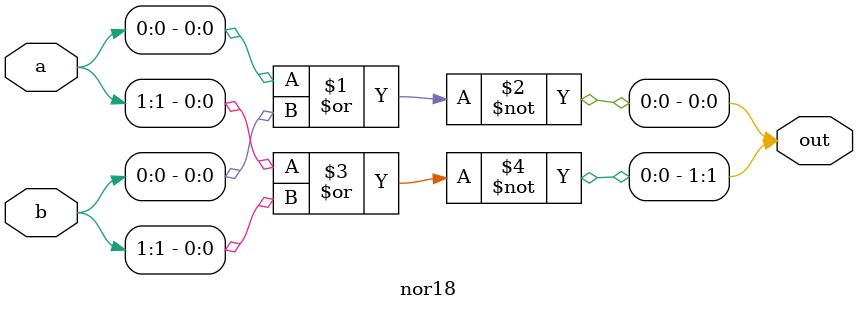
<source format=v>
module nor18 (
    input wire [1:0] a,
    input wire [1:0] b,
    output wire [1:0] out
);

assign out = ( { ~(a[1] | b[1]), ~(a[0] | b[0])} );

endmodule

</source>
